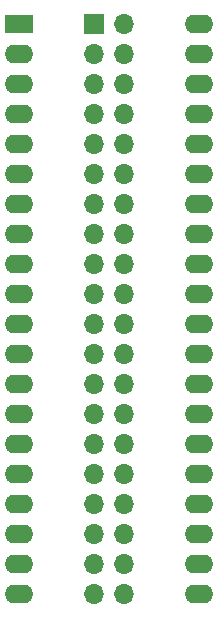
<source format=gbs>
G04 #@! TF.GenerationSoftware,KiCad,Pcbnew,6.0.2+dfsg-1*
G04 #@! TF.CreationDate,2025-08-24T00:36:08+02:00*
G04 #@! TF.ProjectId,DIP40-TO-2x20,44495034-302d-4544-9f2d-327832302e6b,rev?*
G04 #@! TF.SameCoordinates,Original*
G04 #@! TF.FileFunction,Soldermask,Bot*
G04 #@! TF.FilePolarity,Negative*
%FSLAX46Y46*%
G04 Gerber Fmt 4.6, Leading zero omitted, Abs format (unit mm)*
G04 Created by KiCad (PCBNEW 6.0.2+dfsg-1) date 2025-08-24 00:36:08*
%MOMM*%
%LPD*%
G01*
G04 APERTURE LIST*
%ADD10R,1.700000X1.700000*%
%ADD11O,1.700000X1.700000*%
%ADD12R,2.400000X1.600000*%
%ADD13O,2.400000X1.600000*%
G04 APERTURE END LIST*
D10*
X39365000Y-25400000D03*
D11*
X41905000Y-25400000D03*
X39365000Y-27940000D03*
X41905000Y-27940000D03*
X39365000Y-30480000D03*
X41905000Y-30480000D03*
X39365000Y-33020000D03*
X41905000Y-33020000D03*
X39365000Y-35560000D03*
X41905000Y-35560000D03*
X39365000Y-38100000D03*
X41905000Y-38100000D03*
X39365000Y-40640000D03*
X41905000Y-40640000D03*
X39365000Y-43180000D03*
X41905000Y-43180000D03*
X39365000Y-45720000D03*
X41905000Y-45720000D03*
X39365000Y-48260000D03*
X41905000Y-48260000D03*
X39365000Y-50800000D03*
X41905000Y-50800000D03*
X39365000Y-53340000D03*
X41905000Y-53340000D03*
X39365000Y-55880000D03*
X41905000Y-55880000D03*
X39365000Y-58420000D03*
X41905000Y-58420000D03*
X39365000Y-60960000D03*
X41905000Y-60960000D03*
X39365000Y-63500000D03*
X41905000Y-63500000D03*
X39365000Y-66040000D03*
X41905000Y-66040000D03*
X39365000Y-68580000D03*
X41905000Y-68580000D03*
X39365000Y-71120000D03*
X41905000Y-71120000D03*
X39365000Y-73660000D03*
X41905000Y-73660000D03*
D12*
X33015000Y-25400000D03*
D13*
X33015000Y-27940000D03*
X33015000Y-30480000D03*
X33015000Y-33020000D03*
X33015000Y-35560000D03*
X33015000Y-38100000D03*
X33015000Y-40640000D03*
X33015000Y-43180000D03*
X33015000Y-45720000D03*
X33015000Y-48260000D03*
X33015000Y-50800000D03*
X33015000Y-53340000D03*
X33015000Y-55880000D03*
X33015000Y-58420000D03*
X33015000Y-60960000D03*
X33015000Y-63500000D03*
X33015000Y-66040000D03*
X33015000Y-68580000D03*
X33015000Y-71120000D03*
X33015000Y-73660000D03*
X48255000Y-73660000D03*
X48255000Y-71120000D03*
X48255000Y-68580000D03*
X48255000Y-66040000D03*
X48255000Y-63500000D03*
X48255000Y-60960000D03*
X48255000Y-58420000D03*
X48255000Y-55880000D03*
X48255000Y-53340000D03*
X48255000Y-50800000D03*
X48255000Y-48260000D03*
X48255000Y-45720000D03*
X48255000Y-43180000D03*
X48255000Y-40640000D03*
X48255000Y-38100000D03*
X48255000Y-35560000D03*
X48255000Y-33020000D03*
X48255000Y-30480000D03*
X48255000Y-27940000D03*
X48255000Y-25400000D03*
M02*

</source>
